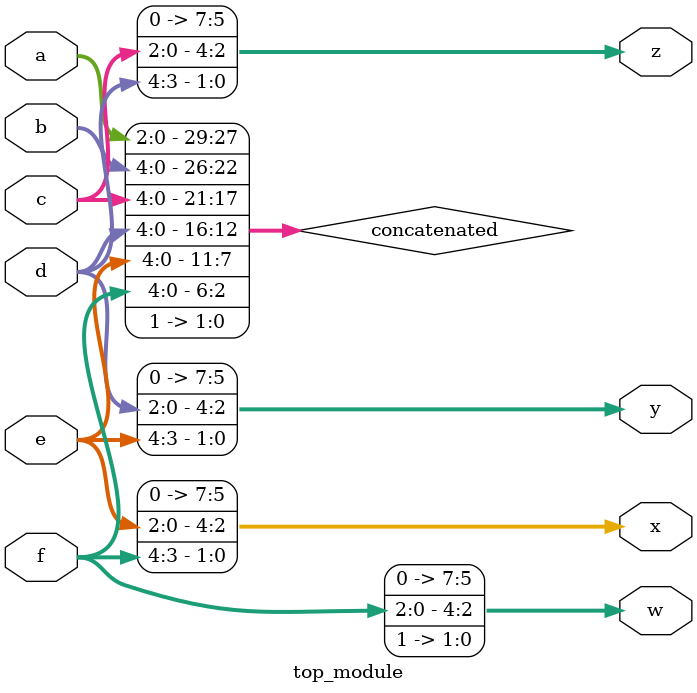
<source format=sv>
module top_module (
    input [4:0] a,
    input [4:0] b,
    input [4:0] c,
    input [4:0] d,
    input [4:0] e,
    input [4:0] f,
    output [7:0] w,
    output [7:0] x,
    output [7:0] y,
    output [7:0] z
);

wire [29:0] concatenated;

assign concatenated = {a, b, c, d, e, f, 2'b11};

assign w = {3'b000, concatenated[4:0]};
assign x = {3'b000, concatenated[9:5]};
assign y = {3'b000, concatenated[14:10]};
assign z = {3'b000, concatenated[19:15]};

endmodule

</source>
